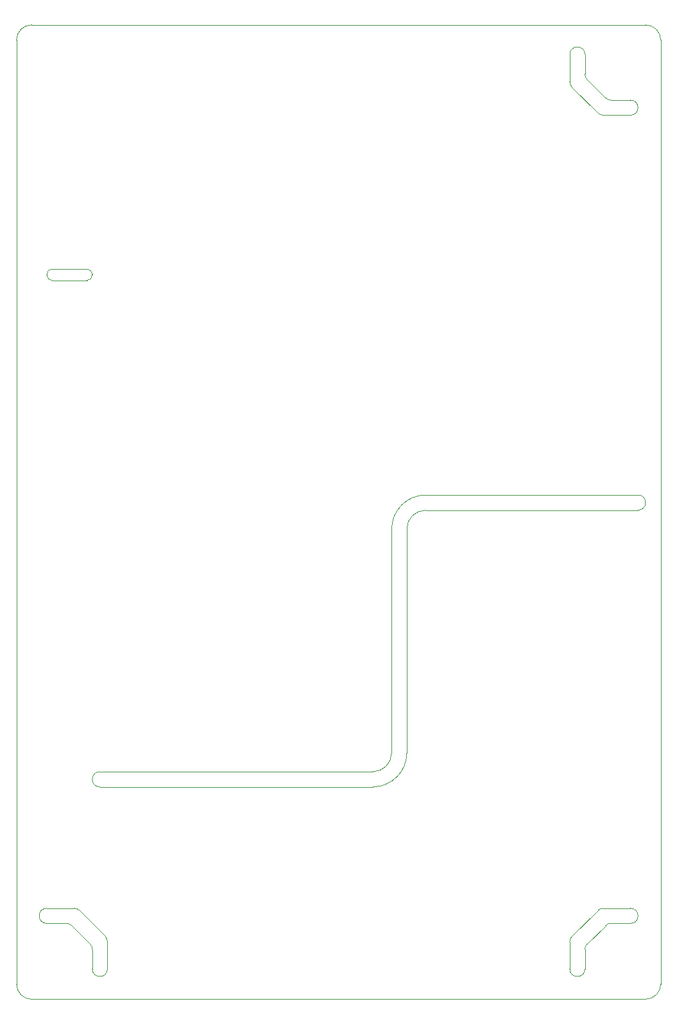
<source format=gbr>
%TF.GenerationSoftware,KiCad,Pcbnew,8.99.0-984-gafcdfd85a7*%
%TF.CreationDate,2024-06-08T13:09:11+02:00*%
%TF.ProjectId,ACDC120V24,41434443-3132-4305-9632-342e6b696361,rev?*%
%TF.SameCoordinates,Original*%
%TF.FileFunction,Profile,NP*%
%FSLAX46Y46*%
G04 Gerber Fmt 4.6, Leading zero omitted, Abs format (unit mm)*
G04 Created by KiCad (PCBNEW 8.99.0-984-gafcdfd85a7) date 2024-06-08 13:09:11*
%MOMM*%
%LPD*%
G01*
G04 APERTURE LIST*
%TA.AperFunction,Profile*%
%ADD10C,0.100000*%
%TD*%
G04 APERTURE END LIST*
D10*
X84685000Y-100561000D02*
G75*
G02*
X87185000Y-98061000I2500000J0D01*
G01*
X37185000Y-152561000D02*
X39770800Y-152561000D01*
X111599200Y-43975214D02*
G75*
G02*
X110888956Y-43679134I0J999914D01*
G01*
X106477893Y-42268107D02*
X109892107Y-45682321D01*
X40770800Y-150561000D02*
G75*
G02*
X41477900Y-150853886I0J-1000000D01*
G01*
X108185000Y-40561000D02*
X108185000Y-37975214D01*
X118185000Y-36061000D02*
X118185000Y-160561000D01*
X82685000Y-130061000D02*
G75*
G02*
X80185000Y-132561000I-2500000J0D01*
G01*
X40770800Y-150561000D02*
X37185000Y-150561000D01*
X111599214Y-152561000D02*
X114185000Y-152561000D01*
X37885000Y-67761000D02*
X42485000Y-67761000D01*
X108481062Y-155264938D02*
X110892107Y-152853893D01*
X42485000Y-66261000D02*
X37885000Y-66261000D01*
X106477893Y-42268107D02*
G75*
G02*
X106185029Y-41561000I707207J707107D01*
G01*
X44892107Y-154268107D02*
X41477893Y-150853893D01*
X82685000Y-100561000D02*
G75*
G02*
X87185000Y-96061000I4500000J0D01*
G01*
X43185000Y-67061000D02*
G75*
G02*
X42485000Y-67761000I-700000J0D01*
G01*
X42892107Y-155268107D02*
G75*
G02*
X43184990Y-155975214I-707107J-707093D01*
G01*
X44185000Y-134561000D02*
G75*
G02*
X44185000Y-132561000I0J1000000D01*
G01*
X114185000Y-150561000D02*
X110599214Y-150561000D01*
X116185000Y-162561000D02*
X35185000Y-162561000D01*
X82685000Y-130061000D02*
X82685000Y-100561000D01*
X37185000Y-66961000D02*
X37185000Y-67061000D01*
X40481062Y-152857062D02*
X42892107Y-155268107D01*
X109892107Y-150853893D02*
G75*
G02*
X110599214Y-150561039I707093J-707207D01*
G01*
X87185000Y-96061000D02*
X115185000Y-96061000D01*
X110599200Y-45975214D02*
G75*
G02*
X109892097Y-45682331I0J1000014D01*
G01*
X43185000Y-155975214D02*
X43185000Y-158561000D01*
X33185000Y-160561000D02*
X33185000Y-36061000D01*
X45185000Y-158561000D02*
X45185000Y-154975214D01*
X114185000Y-43975214D02*
G75*
G02*
X114185000Y-45975186I0J-999986D01*
G01*
X114185000Y-43975214D02*
X111599200Y-43975214D01*
X39770800Y-152561000D02*
G75*
G02*
X40481041Y-152857083I0J-999900D01*
G01*
X44185000Y-132561004D02*
X80185000Y-132561000D01*
X106185000Y-37975214D02*
X106185000Y-41561000D01*
X43185000Y-67061000D02*
X43185000Y-66961000D01*
X108185000Y-158561000D02*
G75*
G02*
X106185000Y-158561000I-1000000J0D01*
G01*
X37185000Y-66961000D02*
G75*
G02*
X37885000Y-66261000I700000J0D01*
G01*
X110892107Y-152853893D02*
G75*
G02*
X111599214Y-152561039I707093J-707207D01*
G01*
X109892107Y-150853893D02*
X106477893Y-154268107D01*
X35185000Y-34061000D02*
X116185000Y-34061000D01*
X106185000Y-154975200D02*
G75*
G02*
X106477907Y-154268121I999900J0D01*
G01*
X33185000Y-36061000D02*
G75*
G02*
X35185000Y-34061000I2000000J0D01*
G01*
X35185000Y-162561000D02*
G75*
G02*
X33185000Y-160561000I0J2000000D01*
G01*
X42485000Y-66261000D02*
G75*
G02*
X43185000Y-66961000I0J-700000D01*
G01*
X115185000Y-96061000D02*
G75*
G02*
X115185000Y-98061000I0J-1000000D01*
G01*
X37185000Y-152561000D02*
G75*
G02*
X37185000Y-150561000I0J1000000D01*
G01*
X84685000Y-100561000D02*
X84685000Y-130061000D01*
X106185000Y-37975214D02*
G75*
G02*
X108185000Y-37975214I1000000J0D01*
G01*
X45185000Y-158561000D02*
G75*
G02*
X43185000Y-158561000I-1000000J0D01*
G01*
X110888938Y-43679152D02*
X108477893Y-41268107D01*
X108477893Y-41268107D02*
G75*
G02*
X108185000Y-40561000I707107J707107D01*
G01*
X114185000Y-150561000D02*
G75*
G02*
X114185000Y-152561000I0J-1000000D01*
G01*
X84685000Y-130061000D02*
G75*
G02*
X80185000Y-134561000I-4500000J0D01*
G01*
X80185000Y-134561000D02*
X44185000Y-134561000D01*
X108185000Y-155975200D02*
G75*
G02*
X108481041Y-155264917I1000100J0D01*
G01*
X106185000Y-154975200D02*
X106185000Y-158561000D01*
X115185000Y-98061000D02*
X87185000Y-98061000D01*
X37885000Y-67761000D02*
G75*
G02*
X37185000Y-67061000I0J700000D01*
G01*
X118185000Y-160561000D02*
G75*
G02*
X116185000Y-162561000I-2000000J0D01*
G01*
X44892107Y-154268107D02*
G75*
G02*
X45184961Y-154975214I-707207J-707093D01*
G01*
X110599200Y-45975214D02*
X114185000Y-45975214D01*
X108185000Y-158561000D02*
X108185000Y-155975200D01*
X116185000Y-34061000D02*
G75*
G02*
X118185000Y-36061000I0J-2000000D01*
G01*
M02*

</source>
